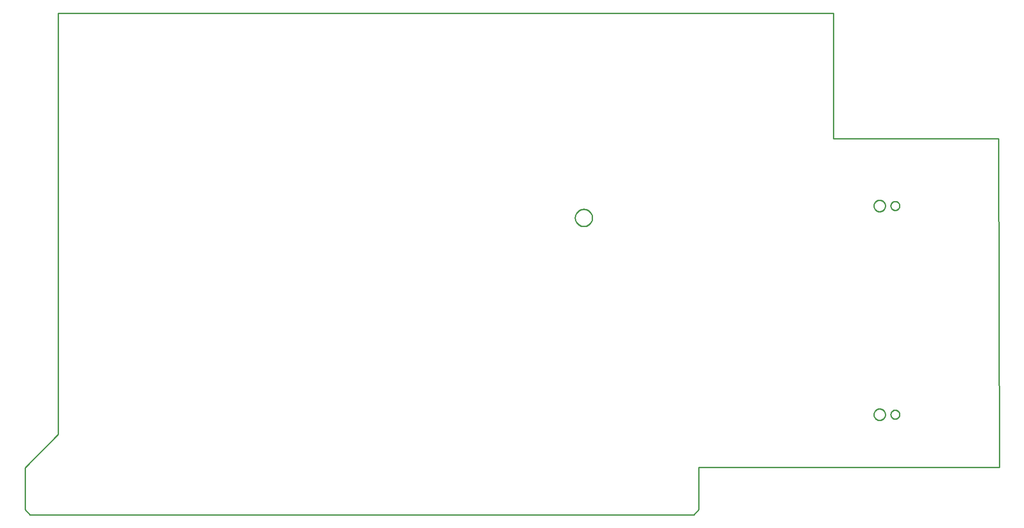
<source format=gko>
G04 EAGLE Gerber RS-274X export*
G75*
%MOMM*%
%FSLAX34Y34*%
%LPD*%
%INBoard Outline*%
%IPPOS*%
%AMOC8*
5,1,8,0,0,1.08239X$1,22.5*%
G01*
%ADD10C,0.000000*%
%ADD11C,0.254000*%


D10*
X17145Y0D02*
X1293495Y0D01*
X1303020Y10160D01*
X1303020Y91440D01*
X1881080Y91450D01*
X1879600Y723900D01*
X1562100Y723900D01*
X1562100Y965200D01*
X71323Y965200D01*
X71323Y154508D01*
X7620Y90170D01*
X7620Y10160D01*
X17145Y0D01*
X1065530Y571500D02*
X1065535Y571905D01*
X1065550Y572310D01*
X1065575Y572715D01*
X1065610Y573118D01*
X1065654Y573521D01*
X1065709Y573923D01*
X1065773Y574323D01*
X1065847Y574721D01*
X1065931Y575117D01*
X1066025Y575512D01*
X1066128Y575903D01*
X1066241Y576293D01*
X1066363Y576679D01*
X1066495Y577062D01*
X1066636Y577442D01*
X1066787Y577818D01*
X1066946Y578191D01*
X1067115Y578559D01*
X1067293Y578923D01*
X1067479Y579283D01*
X1067675Y579638D01*
X1067879Y579988D01*
X1068091Y580333D01*
X1068312Y580672D01*
X1068542Y581007D01*
X1068779Y581335D01*
X1069024Y581657D01*
X1069278Y581974D01*
X1069538Y582284D01*
X1069807Y582587D01*
X1070083Y582884D01*
X1070366Y583174D01*
X1070656Y583457D01*
X1070953Y583733D01*
X1071256Y584002D01*
X1071566Y584262D01*
X1071883Y584516D01*
X1072205Y584761D01*
X1072533Y584998D01*
X1072868Y585228D01*
X1073207Y585449D01*
X1073552Y585661D01*
X1073902Y585865D01*
X1074257Y586061D01*
X1074617Y586247D01*
X1074981Y586425D01*
X1075349Y586594D01*
X1075722Y586753D01*
X1076098Y586904D01*
X1076478Y587045D01*
X1076861Y587177D01*
X1077247Y587299D01*
X1077637Y587412D01*
X1078028Y587515D01*
X1078423Y587609D01*
X1078819Y587693D01*
X1079217Y587767D01*
X1079617Y587831D01*
X1080019Y587886D01*
X1080422Y587930D01*
X1080825Y587965D01*
X1081230Y587990D01*
X1081635Y588005D01*
X1082040Y588010D01*
X1082445Y588005D01*
X1082850Y587990D01*
X1083255Y587965D01*
X1083658Y587930D01*
X1084061Y587886D01*
X1084463Y587831D01*
X1084863Y587767D01*
X1085261Y587693D01*
X1085657Y587609D01*
X1086052Y587515D01*
X1086443Y587412D01*
X1086833Y587299D01*
X1087219Y587177D01*
X1087602Y587045D01*
X1087982Y586904D01*
X1088358Y586753D01*
X1088731Y586594D01*
X1089099Y586425D01*
X1089463Y586247D01*
X1089823Y586061D01*
X1090178Y585865D01*
X1090528Y585661D01*
X1090873Y585449D01*
X1091212Y585228D01*
X1091547Y584998D01*
X1091875Y584761D01*
X1092197Y584516D01*
X1092514Y584262D01*
X1092824Y584002D01*
X1093127Y583733D01*
X1093424Y583457D01*
X1093714Y583174D01*
X1093997Y582884D01*
X1094273Y582587D01*
X1094542Y582284D01*
X1094802Y581974D01*
X1095056Y581657D01*
X1095301Y581335D01*
X1095538Y581007D01*
X1095768Y580672D01*
X1095989Y580333D01*
X1096201Y579988D01*
X1096405Y579638D01*
X1096601Y579283D01*
X1096787Y578923D01*
X1096965Y578559D01*
X1097134Y578191D01*
X1097293Y577818D01*
X1097444Y577442D01*
X1097585Y577062D01*
X1097717Y576679D01*
X1097839Y576293D01*
X1097952Y575903D01*
X1098055Y575512D01*
X1098149Y575117D01*
X1098233Y574721D01*
X1098307Y574323D01*
X1098371Y573923D01*
X1098426Y573521D01*
X1098470Y573118D01*
X1098505Y572715D01*
X1098530Y572310D01*
X1098545Y571905D01*
X1098550Y571500D01*
X1098545Y571095D01*
X1098530Y570690D01*
X1098505Y570285D01*
X1098470Y569882D01*
X1098426Y569479D01*
X1098371Y569077D01*
X1098307Y568677D01*
X1098233Y568279D01*
X1098149Y567883D01*
X1098055Y567488D01*
X1097952Y567097D01*
X1097839Y566707D01*
X1097717Y566321D01*
X1097585Y565938D01*
X1097444Y565558D01*
X1097293Y565182D01*
X1097134Y564809D01*
X1096965Y564441D01*
X1096787Y564077D01*
X1096601Y563717D01*
X1096405Y563362D01*
X1096201Y563012D01*
X1095989Y562667D01*
X1095768Y562328D01*
X1095538Y561993D01*
X1095301Y561665D01*
X1095056Y561343D01*
X1094802Y561026D01*
X1094542Y560716D01*
X1094273Y560413D01*
X1093997Y560116D01*
X1093714Y559826D01*
X1093424Y559543D01*
X1093127Y559267D01*
X1092824Y558998D01*
X1092514Y558738D01*
X1092197Y558484D01*
X1091875Y558239D01*
X1091547Y558002D01*
X1091212Y557772D01*
X1090873Y557551D01*
X1090528Y557339D01*
X1090178Y557135D01*
X1089823Y556939D01*
X1089463Y556753D01*
X1089099Y556575D01*
X1088731Y556406D01*
X1088358Y556247D01*
X1087982Y556096D01*
X1087602Y555955D01*
X1087219Y555823D01*
X1086833Y555701D01*
X1086443Y555588D01*
X1086052Y555485D01*
X1085657Y555391D01*
X1085261Y555307D01*
X1084863Y555233D01*
X1084463Y555169D01*
X1084061Y555114D01*
X1083658Y555070D01*
X1083255Y555035D01*
X1082850Y555010D01*
X1082445Y554995D01*
X1082040Y554990D01*
X1081635Y554995D01*
X1081230Y555010D01*
X1080825Y555035D01*
X1080422Y555070D01*
X1080019Y555114D01*
X1079617Y555169D01*
X1079217Y555233D01*
X1078819Y555307D01*
X1078423Y555391D01*
X1078028Y555485D01*
X1077637Y555588D01*
X1077247Y555701D01*
X1076861Y555823D01*
X1076478Y555955D01*
X1076098Y556096D01*
X1075722Y556247D01*
X1075349Y556406D01*
X1074981Y556575D01*
X1074617Y556753D01*
X1074257Y556939D01*
X1073902Y557135D01*
X1073552Y557339D01*
X1073207Y557551D01*
X1072868Y557772D01*
X1072533Y558002D01*
X1072205Y558239D01*
X1071883Y558484D01*
X1071566Y558738D01*
X1071256Y558998D01*
X1070953Y559267D01*
X1070656Y559543D01*
X1070366Y559826D01*
X1070083Y560116D01*
X1069807Y560413D01*
X1069538Y560716D01*
X1069278Y561026D01*
X1069024Y561343D01*
X1068779Y561665D01*
X1068542Y561993D01*
X1068312Y562328D01*
X1068091Y562667D01*
X1067879Y563012D01*
X1067675Y563362D01*
X1067479Y563717D01*
X1067293Y564077D01*
X1067115Y564441D01*
X1066946Y564809D01*
X1066787Y565182D01*
X1066636Y565558D01*
X1066495Y565938D01*
X1066363Y566321D01*
X1066241Y566707D01*
X1066128Y567097D01*
X1066025Y567488D01*
X1065931Y567883D01*
X1065847Y568279D01*
X1065773Y568677D01*
X1065709Y569077D01*
X1065654Y569479D01*
X1065610Y569882D01*
X1065575Y570285D01*
X1065550Y570690D01*
X1065535Y571095D01*
X1065530Y571500D01*
X1672500Y192900D02*
X1672503Y193109D01*
X1672510Y193317D01*
X1672523Y193525D01*
X1672541Y193733D01*
X1672564Y193940D01*
X1672592Y194147D01*
X1672625Y194353D01*
X1672663Y194558D01*
X1672707Y194762D01*
X1672755Y194965D01*
X1672808Y195167D01*
X1672866Y195367D01*
X1672929Y195566D01*
X1672997Y195764D01*
X1673070Y195959D01*
X1673147Y196153D01*
X1673229Y196345D01*
X1673316Y196534D01*
X1673408Y196722D01*
X1673504Y196907D01*
X1673604Y197090D01*
X1673709Y197270D01*
X1673819Y197447D01*
X1673933Y197622D01*
X1674051Y197794D01*
X1674173Y197963D01*
X1674299Y198129D01*
X1674429Y198292D01*
X1674564Y198452D01*
X1674702Y198608D01*
X1674844Y198761D01*
X1674990Y198910D01*
X1675139Y199056D01*
X1675292Y199198D01*
X1675448Y199336D01*
X1675608Y199471D01*
X1675771Y199601D01*
X1675937Y199727D01*
X1676106Y199849D01*
X1676278Y199967D01*
X1676453Y200081D01*
X1676630Y200191D01*
X1676810Y200296D01*
X1676993Y200396D01*
X1677178Y200492D01*
X1677366Y200584D01*
X1677555Y200671D01*
X1677747Y200753D01*
X1677941Y200830D01*
X1678136Y200903D01*
X1678334Y200971D01*
X1678533Y201034D01*
X1678733Y201092D01*
X1678935Y201145D01*
X1679138Y201193D01*
X1679342Y201237D01*
X1679547Y201275D01*
X1679753Y201308D01*
X1679960Y201336D01*
X1680167Y201359D01*
X1680375Y201377D01*
X1680583Y201390D01*
X1680791Y201397D01*
X1681000Y201400D01*
X1681209Y201397D01*
X1681417Y201390D01*
X1681625Y201377D01*
X1681833Y201359D01*
X1682040Y201336D01*
X1682247Y201308D01*
X1682453Y201275D01*
X1682658Y201237D01*
X1682862Y201193D01*
X1683065Y201145D01*
X1683267Y201092D01*
X1683467Y201034D01*
X1683666Y200971D01*
X1683864Y200903D01*
X1684059Y200830D01*
X1684253Y200753D01*
X1684445Y200671D01*
X1684634Y200584D01*
X1684822Y200492D01*
X1685007Y200396D01*
X1685190Y200296D01*
X1685370Y200191D01*
X1685547Y200081D01*
X1685722Y199967D01*
X1685894Y199849D01*
X1686063Y199727D01*
X1686229Y199601D01*
X1686392Y199471D01*
X1686552Y199336D01*
X1686708Y199198D01*
X1686861Y199056D01*
X1687010Y198910D01*
X1687156Y198761D01*
X1687298Y198608D01*
X1687436Y198452D01*
X1687571Y198292D01*
X1687701Y198129D01*
X1687827Y197963D01*
X1687949Y197794D01*
X1688067Y197622D01*
X1688181Y197447D01*
X1688291Y197270D01*
X1688396Y197090D01*
X1688496Y196907D01*
X1688592Y196722D01*
X1688684Y196534D01*
X1688771Y196345D01*
X1688853Y196153D01*
X1688930Y195959D01*
X1689003Y195764D01*
X1689071Y195566D01*
X1689134Y195367D01*
X1689192Y195167D01*
X1689245Y194965D01*
X1689293Y194762D01*
X1689337Y194558D01*
X1689375Y194353D01*
X1689408Y194147D01*
X1689436Y193940D01*
X1689459Y193733D01*
X1689477Y193525D01*
X1689490Y193317D01*
X1689497Y193109D01*
X1689500Y192900D01*
X1689497Y192691D01*
X1689490Y192483D01*
X1689477Y192275D01*
X1689459Y192067D01*
X1689436Y191860D01*
X1689408Y191653D01*
X1689375Y191447D01*
X1689337Y191242D01*
X1689293Y191038D01*
X1689245Y190835D01*
X1689192Y190633D01*
X1689134Y190433D01*
X1689071Y190234D01*
X1689003Y190036D01*
X1688930Y189841D01*
X1688853Y189647D01*
X1688771Y189455D01*
X1688684Y189266D01*
X1688592Y189078D01*
X1688496Y188893D01*
X1688396Y188710D01*
X1688291Y188530D01*
X1688181Y188353D01*
X1688067Y188178D01*
X1687949Y188006D01*
X1687827Y187837D01*
X1687701Y187671D01*
X1687571Y187508D01*
X1687436Y187348D01*
X1687298Y187192D01*
X1687156Y187039D01*
X1687010Y186890D01*
X1686861Y186744D01*
X1686708Y186602D01*
X1686552Y186464D01*
X1686392Y186329D01*
X1686229Y186199D01*
X1686063Y186073D01*
X1685894Y185951D01*
X1685722Y185833D01*
X1685547Y185719D01*
X1685370Y185609D01*
X1685190Y185504D01*
X1685007Y185404D01*
X1684822Y185308D01*
X1684634Y185216D01*
X1684445Y185129D01*
X1684253Y185047D01*
X1684059Y184970D01*
X1683864Y184897D01*
X1683666Y184829D01*
X1683467Y184766D01*
X1683267Y184708D01*
X1683065Y184655D01*
X1682862Y184607D01*
X1682658Y184563D01*
X1682453Y184525D01*
X1682247Y184492D01*
X1682040Y184464D01*
X1681833Y184441D01*
X1681625Y184423D01*
X1681417Y184410D01*
X1681209Y184403D01*
X1681000Y184400D01*
X1680791Y184403D01*
X1680583Y184410D01*
X1680375Y184423D01*
X1680167Y184441D01*
X1679960Y184464D01*
X1679753Y184492D01*
X1679547Y184525D01*
X1679342Y184563D01*
X1679138Y184607D01*
X1678935Y184655D01*
X1678733Y184708D01*
X1678533Y184766D01*
X1678334Y184829D01*
X1678136Y184897D01*
X1677941Y184970D01*
X1677747Y185047D01*
X1677555Y185129D01*
X1677366Y185216D01*
X1677178Y185308D01*
X1676993Y185404D01*
X1676810Y185504D01*
X1676630Y185609D01*
X1676453Y185719D01*
X1676278Y185833D01*
X1676106Y185951D01*
X1675937Y186073D01*
X1675771Y186199D01*
X1675608Y186329D01*
X1675448Y186464D01*
X1675292Y186602D01*
X1675139Y186744D01*
X1674990Y186890D01*
X1674844Y187039D01*
X1674702Y187192D01*
X1674564Y187348D01*
X1674429Y187508D01*
X1674299Y187671D01*
X1674173Y187837D01*
X1674051Y188006D01*
X1673933Y188178D01*
X1673819Y188353D01*
X1673709Y188530D01*
X1673604Y188710D01*
X1673504Y188893D01*
X1673408Y189078D01*
X1673316Y189266D01*
X1673229Y189455D01*
X1673147Y189647D01*
X1673070Y189841D01*
X1672997Y190036D01*
X1672929Y190234D01*
X1672866Y190433D01*
X1672808Y190633D01*
X1672755Y190835D01*
X1672707Y191038D01*
X1672663Y191242D01*
X1672625Y191447D01*
X1672592Y191653D01*
X1672564Y191860D01*
X1672541Y192067D01*
X1672523Y192275D01*
X1672510Y192483D01*
X1672503Y192691D01*
X1672500Y192900D01*
X1672500Y594500D02*
X1672503Y594709D01*
X1672510Y594917D01*
X1672523Y595125D01*
X1672541Y595333D01*
X1672564Y595540D01*
X1672592Y595747D01*
X1672625Y595953D01*
X1672663Y596158D01*
X1672707Y596362D01*
X1672755Y596565D01*
X1672808Y596767D01*
X1672866Y596967D01*
X1672929Y597166D01*
X1672997Y597364D01*
X1673070Y597559D01*
X1673147Y597753D01*
X1673229Y597945D01*
X1673316Y598134D01*
X1673408Y598322D01*
X1673504Y598507D01*
X1673604Y598690D01*
X1673709Y598870D01*
X1673819Y599047D01*
X1673933Y599222D01*
X1674051Y599394D01*
X1674173Y599563D01*
X1674299Y599729D01*
X1674429Y599892D01*
X1674564Y600052D01*
X1674702Y600208D01*
X1674844Y600361D01*
X1674990Y600510D01*
X1675139Y600656D01*
X1675292Y600798D01*
X1675448Y600936D01*
X1675608Y601071D01*
X1675771Y601201D01*
X1675937Y601327D01*
X1676106Y601449D01*
X1676278Y601567D01*
X1676453Y601681D01*
X1676630Y601791D01*
X1676810Y601896D01*
X1676993Y601996D01*
X1677178Y602092D01*
X1677366Y602184D01*
X1677555Y602271D01*
X1677747Y602353D01*
X1677941Y602430D01*
X1678136Y602503D01*
X1678334Y602571D01*
X1678533Y602634D01*
X1678733Y602692D01*
X1678935Y602745D01*
X1679138Y602793D01*
X1679342Y602837D01*
X1679547Y602875D01*
X1679753Y602908D01*
X1679960Y602936D01*
X1680167Y602959D01*
X1680375Y602977D01*
X1680583Y602990D01*
X1680791Y602997D01*
X1681000Y603000D01*
X1681209Y602997D01*
X1681417Y602990D01*
X1681625Y602977D01*
X1681833Y602959D01*
X1682040Y602936D01*
X1682247Y602908D01*
X1682453Y602875D01*
X1682658Y602837D01*
X1682862Y602793D01*
X1683065Y602745D01*
X1683267Y602692D01*
X1683467Y602634D01*
X1683666Y602571D01*
X1683864Y602503D01*
X1684059Y602430D01*
X1684253Y602353D01*
X1684445Y602271D01*
X1684634Y602184D01*
X1684822Y602092D01*
X1685007Y601996D01*
X1685190Y601896D01*
X1685370Y601791D01*
X1685547Y601681D01*
X1685722Y601567D01*
X1685894Y601449D01*
X1686063Y601327D01*
X1686229Y601201D01*
X1686392Y601071D01*
X1686552Y600936D01*
X1686708Y600798D01*
X1686861Y600656D01*
X1687010Y600510D01*
X1687156Y600361D01*
X1687298Y600208D01*
X1687436Y600052D01*
X1687571Y599892D01*
X1687701Y599729D01*
X1687827Y599563D01*
X1687949Y599394D01*
X1688067Y599222D01*
X1688181Y599047D01*
X1688291Y598870D01*
X1688396Y598690D01*
X1688496Y598507D01*
X1688592Y598322D01*
X1688684Y598134D01*
X1688771Y597945D01*
X1688853Y597753D01*
X1688930Y597559D01*
X1689003Y597364D01*
X1689071Y597166D01*
X1689134Y596967D01*
X1689192Y596767D01*
X1689245Y596565D01*
X1689293Y596362D01*
X1689337Y596158D01*
X1689375Y595953D01*
X1689408Y595747D01*
X1689436Y595540D01*
X1689459Y595333D01*
X1689477Y595125D01*
X1689490Y594917D01*
X1689497Y594709D01*
X1689500Y594500D01*
X1689497Y594291D01*
X1689490Y594083D01*
X1689477Y593875D01*
X1689459Y593667D01*
X1689436Y593460D01*
X1689408Y593253D01*
X1689375Y593047D01*
X1689337Y592842D01*
X1689293Y592638D01*
X1689245Y592435D01*
X1689192Y592233D01*
X1689134Y592033D01*
X1689071Y591834D01*
X1689003Y591636D01*
X1688930Y591441D01*
X1688853Y591247D01*
X1688771Y591055D01*
X1688684Y590866D01*
X1688592Y590678D01*
X1688496Y590493D01*
X1688396Y590310D01*
X1688291Y590130D01*
X1688181Y589953D01*
X1688067Y589778D01*
X1687949Y589606D01*
X1687827Y589437D01*
X1687701Y589271D01*
X1687571Y589108D01*
X1687436Y588948D01*
X1687298Y588792D01*
X1687156Y588639D01*
X1687010Y588490D01*
X1686861Y588344D01*
X1686708Y588202D01*
X1686552Y588064D01*
X1686392Y587929D01*
X1686229Y587799D01*
X1686063Y587673D01*
X1685894Y587551D01*
X1685722Y587433D01*
X1685547Y587319D01*
X1685370Y587209D01*
X1685190Y587104D01*
X1685007Y587004D01*
X1684822Y586908D01*
X1684634Y586816D01*
X1684445Y586729D01*
X1684253Y586647D01*
X1684059Y586570D01*
X1683864Y586497D01*
X1683666Y586429D01*
X1683467Y586366D01*
X1683267Y586308D01*
X1683065Y586255D01*
X1682862Y586207D01*
X1682658Y586163D01*
X1682453Y586125D01*
X1682247Y586092D01*
X1682040Y586064D01*
X1681833Y586041D01*
X1681625Y586023D01*
X1681417Y586010D01*
X1681209Y586003D01*
X1681000Y586000D01*
X1680791Y586003D01*
X1680583Y586010D01*
X1680375Y586023D01*
X1680167Y586041D01*
X1679960Y586064D01*
X1679753Y586092D01*
X1679547Y586125D01*
X1679342Y586163D01*
X1679138Y586207D01*
X1678935Y586255D01*
X1678733Y586308D01*
X1678533Y586366D01*
X1678334Y586429D01*
X1678136Y586497D01*
X1677941Y586570D01*
X1677747Y586647D01*
X1677555Y586729D01*
X1677366Y586816D01*
X1677178Y586908D01*
X1676993Y587004D01*
X1676810Y587104D01*
X1676630Y587209D01*
X1676453Y587319D01*
X1676278Y587433D01*
X1676106Y587551D01*
X1675937Y587673D01*
X1675771Y587799D01*
X1675608Y587929D01*
X1675448Y588064D01*
X1675292Y588202D01*
X1675139Y588344D01*
X1674990Y588490D01*
X1674844Y588639D01*
X1674702Y588792D01*
X1674564Y588948D01*
X1674429Y589108D01*
X1674299Y589271D01*
X1674173Y589437D01*
X1674051Y589606D01*
X1673933Y589778D01*
X1673819Y589953D01*
X1673709Y590130D01*
X1673604Y590310D01*
X1673504Y590493D01*
X1673408Y590678D01*
X1673316Y590866D01*
X1673229Y591055D01*
X1673147Y591247D01*
X1673070Y591441D01*
X1672997Y591636D01*
X1672929Y591834D01*
X1672866Y592033D01*
X1672808Y592233D01*
X1672755Y592435D01*
X1672707Y592638D01*
X1672663Y592842D01*
X1672625Y593047D01*
X1672592Y593253D01*
X1672564Y593460D01*
X1672541Y593667D01*
X1672523Y593875D01*
X1672510Y594083D01*
X1672503Y594291D01*
X1672500Y594500D01*
X1640000Y192900D02*
X1640003Y193170D01*
X1640013Y193440D01*
X1640030Y193709D01*
X1640053Y193978D01*
X1640083Y194247D01*
X1640119Y194514D01*
X1640162Y194781D01*
X1640211Y195046D01*
X1640267Y195310D01*
X1640330Y195573D01*
X1640398Y195834D01*
X1640474Y196093D01*
X1640555Y196350D01*
X1640643Y196606D01*
X1640737Y196859D01*
X1640837Y197110D01*
X1640944Y197358D01*
X1641056Y197603D01*
X1641175Y197846D01*
X1641299Y198085D01*
X1641429Y198322D01*
X1641565Y198555D01*
X1641707Y198785D01*
X1641854Y199011D01*
X1642007Y199234D01*
X1642165Y199453D01*
X1642328Y199668D01*
X1642497Y199878D01*
X1642671Y200085D01*
X1642850Y200287D01*
X1643033Y200485D01*
X1643222Y200678D01*
X1643415Y200867D01*
X1643613Y201050D01*
X1643815Y201229D01*
X1644022Y201403D01*
X1644232Y201572D01*
X1644447Y201735D01*
X1644666Y201893D01*
X1644889Y202046D01*
X1645115Y202193D01*
X1645345Y202335D01*
X1645578Y202471D01*
X1645815Y202601D01*
X1646054Y202725D01*
X1646297Y202844D01*
X1646542Y202956D01*
X1646790Y203063D01*
X1647041Y203163D01*
X1647294Y203257D01*
X1647550Y203345D01*
X1647807Y203426D01*
X1648066Y203502D01*
X1648327Y203570D01*
X1648590Y203633D01*
X1648854Y203689D01*
X1649119Y203738D01*
X1649386Y203781D01*
X1649653Y203817D01*
X1649922Y203847D01*
X1650191Y203870D01*
X1650460Y203887D01*
X1650730Y203897D01*
X1651000Y203900D01*
X1651270Y203897D01*
X1651540Y203887D01*
X1651809Y203870D01*
X1652078Y203847D01*
X1652347Y203817D01*
X1652614Y203781D01*
X1652881Y203738D01*
X1653146Y203689D01*
X1653410Y203633D01*
X1653673Y203570D01*
X1653934Y203502D01*
X1654193Y203426D01*
X1654450Y203345D01*
X1654706Y203257D01*
X1654959Y203163D01*
X1655210Y203063D01*
X1655458Y202956D01*
X1655703Y202844D01*
X1655946Y202725D01*
X1656185Y202601D01*
X1656422Y202471D01*
X1656655Y202335D01*
X1656885Y202193D01*
X1657111Y202046D01*
X1657334Y201893D01*
X1657553Y201735D01*
X1657768Y201572D01*
X1657978Y201403D01*
X1658185Y201229D01*
X1658387Y201050D01*
X1658585Y200867D01*
X1658778Y200678D01*
X1658967Y200485D01*
X1659150Y200287D01*
X1659329Y200085D01*
X1659503Y199878D01*
X1659672Y199668D01*
X1659835Y199453D01*
X1659993Y199234D01*
X1660146Y199011D01*
X1660293Y198785D01*
X1660435Y198555D01*
X1660571Y198322D01*
X1660701Y198085D01*
X1660825Y197846D01*
X1660944Y197603D01*
X1661056Y197358D01*
X1661163Y197110D01*
X1661263Y196859D01*
X1661357Y196606D01*
X1661445Y196350D01*
X1661526Y196093D01*
X1661602Y195834D01*
X1661670Y195573D01*
X1661733Y195310D01*
X1661789Y195046D01*
X1661838Y194781D01*
X1661881Y194514D01*
X1661917Y194247D01*
X1661947Y193978D01*
X1661970Y193709D01*
X1661987Y193440D01*
X1661997Y193170D01*
X1662000Y192900D01*
X1661997Y192630D01*
X1661987Y192360D01*
X1661970Y192091D01*
X1661947Y191822D01*
X1661917Y191553D01*
X1661881Y191286D01*
X1661838Y191019D01*
X1661789Y190754D01*
X1661733Y190490D01*
X1661670Y190227D01*
X1661602Y189966D01*
X1661526Y189707D01*
X1661445Y189450D01*
X1661357Y189194D01*
X1661263Y188941D01*
X1661163Y188690D01*
X1661056Y188442D01*
X1660944Y188197D01*
X1660825Y187954D01*
X1660701Y187715D01*
X1660571Y187478D01*
X1660435Y187245D01*
X1660293Y187015D01*
X1660146Y186789D01*
X1659993Y186566D01*
X1659835Y186347D01*
X1659672Y186132D01*
X1659503Y185922D01*
X1659329Y185715D01*
X1659150Y185513D01*
X1658967Y185315D01*
X1658778Y185122D01*
X1658585Y184933D01*
X1658387Y184750D01*
X1658185Y184571D01*
X1657978Y184397D01*
X1657768Y184228D01*
X1657553Y184065D01*
X1657334Y183907D01*
X1657111Y183754D01*
X1656885Y183607D01*
X1656655Y183465D01*
X1656422Y183329D01*
X1656185Y183199D01*
X1655946Y183075D01*
X1655703Y182956D01*
X1655458Y182844D01*
X1655210Y182737D01*
X1654959Y182637D01*
X1654706Y182543D01*
X1654450Y182455D01*
X1654193Y182374D01*
X1653934Y182298D01*
X1653673Y182230D01*
X1653410Y182167D01*
X1653146Y182111D01*
X1652881Y182062D01*
X1652614Y182019D01*
X1652347Y181983D01*
X1652078Y181953D01*
X1651809Y181930D01*
X1651540Y181913D01*
X1651270Y181903D01*
X1651000Y181900D01*
X1650730Y181903D01*
X1650460Y181913D01*
X1650191Y181930D01*
X1649922Y181953D01*
X1649653Y181983D01*
X1649386Y182019D01*
X1649119Y182062D01*
X1648854Y182111D01*
X1648590Y182167D01*
X1648327Y182230D01*
X1648066Y182298D01*
X1647807Y182374D01*
X1647550Y182455D01*
X1647294Y182543D01*
X1647041Y182637D01*
X1646790Y182737D01*
X1646542Y182844D01*
X1646297Y182956D01*
X1646054Y183075D01*
X1645815Y183199D01*
X1645578Y183329D01*
X1645345Y183465D01*
X1645115Y183607D01*
X1644889Y183754D01*
X1644666Y183907D01*
X1644447Y184065D01*
X1644232Y184228D01*
X1644022Y184397D01*
X1643815Y184571D01*
X1643613Y184750D01*
X1643415Y184933D01*
X1643222Y185122D01*
X1643033Y185315D01*
X1642850Y185513D01*
X1642671Y185715D01*
X1642497Y185922D01*
X1642328Y186132D01*
X1642165Y186347D01*
X1642007Y186566D01*
X1641854Y186789D01*
X1641707Y187015D01*
X1641565Y187245D01*
X1641429Y187478D01*
X1641299Y187715D01*
X1641175Y187954D01*
X1641056Y188197D01*
X1640944Y188442D01*
X1640837Y188690D01*
X1640737Y188941D01*
X1640643Y189194D01*
X1640555Y189450D01*
X1640474Y189707D01*
X1640398Y189966D01*
X1640330Y190227D01*
X1640267Y190490D01*
X1640211Y190754D01*
X1640162Y191019D01*
X1640119Y191286D01*
X1640083Y191553D01*
X1640053Y191822D01*
X1640030Y192091D01*
X1640013Y192360D01*
X1640003Y192630D01*
X1640000Y192900D01*
X1640000Y594500D02*
X1640003Y594770D01*
X1640013Y595040D01*
X1640030Y595309D01*
X1640053Y595578D01*
X1640083Y595847D01*
X1640119Y596114D01*
X1640162Y596381D01*
X1640211Y596646D01*
X1640267Y596910D01*
X1640330Y597173D01*
X1640398Y597434D01*
X1640474Y597693D01*
X1640555Y597950D01*
X1640643Y598206D01*
X1640737Y598459D01*
X1640837Y598710D01*
X1640944Y598958D01*
X1641056Y599203D01*
X1641175Y599446D01*
X1641299Y599685D01*
X1641429Y599922D01*
X1641565Y600155D01*
X1641707Y600385D01*
X1641854Y600611D01*
X1642007Y600834D01*
X1642165Y601053D01*
X1642328Y601268D01*
X1642497Y601478D01*
X1642671Y601685D01*
X1642850Y601887D01*
X1643033Y602085D01*
X1643222Y602278D01*
X1643415Y602467D01*
X1643613Y602650D01*
X1643815Y602829D01*
X1644022Y603003D01*
X1644232Y603172D01*
X1644447Y603335D01*
X1644666Y603493D01*
X1644889Y603646D01*
X1645115Y603793D01*
X1645345Y603935D01*
X1645578Y604071D01*
X1645815Y604201D01*
X1646054Y604325D01*
X1646297Y604444D01*
X1646542Y604556D01*
X1646790Y604663D01*
X1647041Y604763D01*
X1647294Y604857D01*
X1647550Y604945D01*
X1647807Y605026D01*
X1648066Y605102D01*
X1648327Y605170D01*
X1648590Y605233D01*
X1648854Y605289D01*
X1649119Y605338D01*
X1649386Y605381D01*
X1649653Y605417D01*
X1649922Y605447D01*
X1650191Y605470D01*
X1650460Y605487D01*
X1650730Y605497D01*
X1651000Y605500D01*
X1651270Y605497D01*
X1651540Y605487D01*
X1651809Y605470D01*
X1652078Y605447D01*
X1652347Y605417D01*
X1652614Y605381D01*
X1652881Y605338D01*
X1653146Y605289D01*
X1653410Y605233D01*
X1653673Y605170D01*
X1653934Y605102D01*
X1654193Y605026D01*
X1654450Y604945D01*
X1654706Y604857D01*
X1654959Y604763D01*
X1655210Y604663D01*
X1655458Y604556D01*
X1655703Y604444D01*
X1655946Y604325D01*
X1656185Y604201D01*
X1656422Y604071D01*
X1656655Y603935D01*
X1656885Y603793D01*
X1657111Y603646D01*
X1657334Y603493D01*
X1657553Y603335D01*
X1657768Y603172D01*
X1657978Y603003D01*
X1658185Y602829D01*
X1658387Y602650D01*
X1658585Y602467D01*
X1658778Y602278D01*
X1658967Y602085D01*
X1659150Y601887D01*
X1659329Y601685D01*
X1659503Y601478D01*
X1659672Y601268D01*
X1659835Y601053D01*
X1659993Y600834D01*
X1660146Y600611D01*
X1660293Y600385D01*
X1660435Y600155D01*
X1660571Y599922D01*
X1660701Y599685D01*
X1660825Y599446D01*
X1660944Y599203D01*
X1661056Y598958D01*
X1661163Y598710D01*
X1661263Y598459D01*
X1661357Y598206D01*
X1661445Y597950D01*
X1661526Y597693D01*
X1661602Y597434D01*
X1661670Y597173D01*
X1661733Y596910D01*
X1661789Y596646D01*
X1661838Y596381D01*
X1661881Y596114D01*
X1661917Y595847D01*
X1661947Y595578D01*
X1661970Y595309D01*
X1661987Y595040D01*
X1661997Y594770D01*
X1662000Y594500D01*
X1661997Y594230D01*
X1661987Y593960D01*
X1661970Y593691D01*
X1661947Y593422D01*
X1661917Y593153D01*
X1661881Y592886D01*
X1661838Y592619D01*
X1661789Y592354D01*
X1661733Y592090D01*
X1661670Y591827D01*
X1661602Y591566D01*
X1661526Y591307D01*
X1661445Y591050D01*
X1661357Y590794D01*
X1661263Y590541D01*
X1661163Y590290D01*
X1661056Y590042D01*
X1660944Y589797D01*
X1660825Y589554D01*
X1660701Y589315D01*
X1660571Y589078D01*
X1660435Y588845D01*
X1660293Y588615D01*
X1660146Y588389D01*
X1659993Y588166D01*
X1659835Y587947D01*
X1659672Y587732D01*
X1659503Y587522D01*
X1659329Y587315D01*
X1659150Y587113D01*
X1658967Y586915D01*
X1658778Y586722D01*
X1658585Y586533D01*
X1658387Y586350D01*
X1658185Y586171D01*
X1657978Y585997D01*
X1657768Y585828D01*
X1657553Y585665D01*
X1657334Y585507D01*
X1657111Y585354D01*
X1656885Y585207D01*
X1656655Y585065D01*
X1656422Y584929D01*
X1656185Y584799D01*
X1655946Y584675D01*
X1655703Y584556D01*
X1655458Y584444D01*
X1655210Y584337D01*
X1654959Y584237D01*
X1654706Y584143D01*
X1654450Y584055D01*
X1654193Y583974D01*
X1653934Y583898D01*
X1653673Y583830D01*
X1653410Y583767D01*
X1653146Y583711D01*
X1652881Y583662D01*
X1652614Y583619D01*
X1652347Y583583D01*
X1652078Y583553D01*
X1651809Y583530D01*
X1651540Y583513D01*
X1651270Y583503D01*
X1651000Y583500D01*
X1650730Y583503D01*
X1650460Y583513D01*
X1650191Y583530D01*
X1649922Y583553D01*
X1649653Y583583D01*
X1649386Y583619D01*
X1649119Y583662D01*
X1648854Y583711D01*
X1648590Y583767D01*
X1648327Y583830D01*
X1648066Y583898D01*
X1647807Y583974D01*
X1647550Y584055D01*
X1647294Y584143D01*
X1647041Y584237D01*
X1646790Y584337D01*
X1646542Y584444D01*
X1646297Y584556D01*
X1646054Y584675D01*
X1645815Y584799D01*
X1645578Y584929D01*
X1645345Y585065D01*
X1645115Y585207D01*
X1644889Y585354D01*
X1644666Y585507D01*
X1644447Y585665D01*
X1644232Y585828D01*
X1644022Y585997D01*
X1643815Y586171D01*
X1643613Y586350D01*
X1643415Y586533D01*
X1643222Y586722D01*
X1643033Y586915D01*
X1642850Y587113D01*
X1642671Y587315D01*
X1642497Y587522D01*
X1642328Y587732D01*
X1642165Y587947D01*
X1642007Y588166D01*
X1641854Y588389D01*
X1641707Y588615D01*
X1641565Y588845D01*
X1641429Y589078D01*
X1641299Y589315D01*
X1641175Y589554D01*
X1641056Y589797D01*
X1640944Y590042D01*
X1640837Y590290D01*
X1640737Y590541D01*
X1640643Y590794D01*
X1640555Y591050D01*
X1640474Y591307D01*
X1640398Y591566D01*
X1640330Y591827D01*
X1640267Y592090D01*
X1640211Y592354D01*
X1640162Y592619D01*
X1640119Y592886D01*
X1640083Y593153D01*
X1640053Y593422D01*
X1640030Y593691D01*
X1640013Y593960D01*
X1640003Y594230D01*
X1640000Y594500D01*
D11*
X7620Y10160D02*
X17145Y0D01*
X1293495Y0D01*
X1303020Y10160D01*
X1303020Y91440D01*
X1881080Y91450D01*
X1879600Y723900D01*
X1562100Y723900D01*
X1562100Y965200D01*
X71323Y965200D01*
X71323Y154508D01*
X7620Y90170D01*
X7620Y10160D01*
X1082580Y588010D02*
X1083659Y587939D01*
X1084731Y587798D01*
X1085791Y587587D01*
X1086835Y587308D01*
X1087859Y586960D01*
X1088857Y586546D01*
X1089827Y586068D01*
X1090763Y585528D01*
X1091662Y584927D01*
X1092519Y584269D01*
X1093332Y583557D01*
X1094097Y582792D01*
X1094809Y581979D01*
X1095467Y581122D01*
X1096068Y580223D01*
X1096608Y579287D01*
X1097086Y578317D01*
X1097500Y577319D01*
X1097848Y576295D01*
X1098127Y575251D01*
X1098338Y574191D01*
X1098479Y573119D01*
X1098550Y572040D01*
X1098550Y570960D01*
X1098479Y569881D01*
X1098338Y568809D01*
X1098127Y567749D01*
X1097848Y566705D01*
X1097500Y565681D01*
X1097086Y564683D01*
X1096608Y563713D01*
X1096068Y562777D01*
X1095467Y561878D01*
X1094809Y561021D01*
X1094097Y560208D01*
X1093332Y559444D01*
X1092519Y558731D01*
X1091662Y558073D01*
X1090763Y557472D01*
X1089827Y556932D01*
X1088857Y556454D01*
X1087859Y556040D01*
X1086835Y555692D01*
X1085791Y555413D01*
X1084731Y555202D01*
X1083659Y555061D01*
X1082580Y554990D01*
X1081500Y554990D01*
X1080421Y555061D01*
X1079349Y555202D01*
X1078289Y555413D01*
X1077245Y555692D01*
X1076221Y556040D01*
X1075223Y556454D01*
X1074253Y556932D01*
X1073317Y557472D01*
X1072418Y558073D01*
X1071561Y558731D01*
X1070748Y559444D01*
X1069984Y560208D01*
X1069271Y561021D01*
X1068613Y561878D01*
X1068012Y562777D01*
X1067472Y563713D01*
X1066994Y564683D01*
X1066580Y565681D01*
X1066232Y566705D01*
X1065953Y567749D01*
X1065742Y568809D01*
X1065601Y569881D01*
X1065530Y570960D01*
X1065530Y572040D01*
X1065601Y573119D01*
X1065742Y574191D01*
X1065953Y575251D01*
X1066232Y576295D01*
X1066580Y577319D01*
X1066994Y578317D01*
X1067472Y579287D01*
X1068012Y580223D01*
X1068613Y581122D01*
X1069271Y581979D01*
X1069984Y582792D01*
X1070748Y583557D01*
X1071561Y584269D01*
X1072418Y584927D01*
X1073317Y585528D01*
X1074253Y586068D01*
X1075223Y586546D01*
X1076221Y586960D01*
X1077245Y587308D01*
X1078289Y587587D01*
X1079349Y587798D01*
X1080421Y587939D01*
X1081500Y588010D01*
X1082580Y588010D01*
X1681371Y201400D02*
X1682111Y201335D01*
X1682842Y201206D01*
X1683558Y201014D01*
X1684256Y200760D01*
X1684929Y200447D01*
X1685571Y200076D01*
X1686179Y199650D01*
X1686748Y199173D01*
X1687273Y198648D01*
X1687750Y198079D01*
X1688176Y197471D01*
X1688547Y196829D01*
X1688860Y196156D01*
X1689114Y195458D01*
X1689306Y194742D01*
X1689435Y194011D01*
X1689500Y193271D01*
X1689500Y192529D01*
X1689435Y191789D01*
X1689306Y191059D01*
X1689114Y190342D01*
X1688860Y189644D01*
X1688547Y188971D01*
X1688176Y188329D01*
X1687750Y187721D01*
X1687273Y187152D01*
X1686748Y186627D01*
X1686179Y186150D01*
X1685571Y185724D01*
X1684929Y185353D01*
X1684256Y185040D01*
X1683558Y184786D01*
X1682842Y184594D01*
X1682111Y184465D01*
X1681371Y184400D01*
X1680629Y184400D01*
X1679889Y184465D01*
X1679159Y184594D01*
X1678442Y184786D01*
X1677744Y185040D01*
X1677071Y185353D01*
X1676429Y185724D01*
X1675821Y186150D01*
X1675252Y186627D01*
X1674727Y187152D01*
X1674250Y187721D01*
X1673824Y188329D01*
X1673453Y188971D01*
X1673140Y189644D01*
X1672886Y190342D01*
X1672694Y191059D01*
X1672565Y191789D01*
X1672500Y192529D01*
X1672500Y193271D01*
X1672565Y194011D01*
X1672694Y194742D01*
X1672886Y195458D01*
X1673140Y196156D01*
X1673453Y196829D01*
X1673824Y197471D01*
X1674250Y198079D01*
X1674727Y198648D01*
X1675252Y199173D01*
X1675821Y199650D01*
X1676429Y200076D01*
X1677071Y200447D01*
X1677744Y200760D01*
X1678442Y201014D01*
X1679159Y201206D01*
X1679889Y201335D01*
X1680629Y201400D01*
X1681371Y201400D01*
X1681371Y603000D02*
X1682111Y602935D01*
X1682842Y602806D01*
X1683558Y602614D01*
X1684256Y602360D01*
X1684929Y602047D01*
X1685571Y601676D01*
X1686179Y601250D01*
X1686748Y600773D01*
X1687273Y600248D01*
X1687750Y599679D01*
X1688176Y599071D01*
X1688547Y598429D01*
X1688860Y597756D01*
X1689114Y597058D01*
X1689306Y596342D01*
X1689435Y595611D01*
X1689500Y594871D01*
X1689500Y594129D01*
X1689435Y593389D01*
X1689306Y592659D01*
X1689114Y591942D01*
X1688860Y591244D01*
X1688547Y590571D01*
X1688176Y589929D01*
X1687750Y589321D01*
X1687273Y588752D01*
X1686748Y588227D01*
X1686179Y587750D01*
X1685571Y587324D01*
X1684929Y586953D01*
X1684256Y586640D01*
X1683558Y586386D01*
X1682842Y586194D01*
X1682111Y586065D01*
X1681371Y586000D01*
X1680629Y586000D01*
X1679889Y586065D01*
X1679159Y586194D01*
X1678442Y586386D01*
X1677744Y586640D01*
X1677071Y586953D01*
X1676429Y587324D01*
X1675821Y587750D01*
X1675252Y588227D01*
X1674727Y588752D01*
X1674250Y589321D01*
X1673824Y589929D01*
X1673453Y590571D01*
X1673140Y591244D01*
X1672886Y591942D01*
X1672694Y592659D01*
X1672565Y593389D01*
X1672500Y594129D01*
X1672500Y594871D01*
X1672565Y595611D01*
X1672694Y596342D01*
X1672886Y597058D01*
X1673140Y597756D01*
X1673453Y598429D01*
X1673824Y599071D01*
X1674250Y599679D01*
X1674727Y600248D01*
X1675252Y600773D01*
X1675821Y601250D01*
X1676429Y601676D01*
X1677071Y602047D01*
X1677744Y602360D01*
X1678442Y602614D01*
X1679159Y602806D01*
X1679889Y602935D01*
X1680629Y603000D01*
X1681371Y603000D01*
X1651432Y203900D02*
X1652294Y203832D01*
X1653148Y203697D01*
X1653988Y203495D01*
X1654810Y203228D01*
X1655609Y202897D01*
X1656379Y202505D01*
X1657116Y202053D01*
X1657815Y201545D01*
X1658473Y200984D01*
X1659084Y200373D01*
X1659645Y199715D01*
X1660153Y199016D01*
X1660605Y198279D01*
X1660997Y197509D01*
X1661328Y196710D01*
X1661595Y195888D01*
X1661797Y195048D01*
X1661932Y194194D01*
X1662000Y193332D01*
X1662000Y192468D01*
X1661932Y191606D01*
X1661797Y190752D01*
X1661595Y189912D01*
X1661328Y189090D01*
X1660997Y188291D01*
X1660605Y187521D01*
X1660153Y186784D01*
X1659645Y186085D01*
X1659084Y185427D01*
X1658473Y184816D01*
X1657815Y184255D01*
X1657116Y183747D01*
X1656379Y183295D01*
X1655609Y182903D01*
X1654810Y182572D01*
X1653988Y182305D01*
X1653148Y182103D01*
X1652294Y181968D01*
X1651432Y181900D01*
X1650568Y181900D01*
X1649706Y181968D01*
X1648852Y182103D01*
X1648012Y182305D01*
X1647190Y182572D01*
X1646391Y182903D01*
X1645621Y183295D01*
X1644884Y183747D01*
X1644185Y184255D01*
X1643527Y184816D01*
X1642916Y185427D01*
X1642355Y186085D01*
X1641847Y186784D01*
X1641395Y187521D01*
X1641003Y188291D01*
X1640672Y189090D01*
X1640405Y189912D01*
X1640203Y190752D01*
X1640068Y191606D01*
X1640000Y192468D01*
X1640000Y193332D01*
X1640068Y194194D01*
X1640203Y195048D01*
X1640405Y195888D01*
X1640672Y196710D01*
X1641003Y197509D01*
X1641395Y198279D01*
X1641847Y199016D01*
X1642355Y199715D01*
X1642916Y200373D01*
X1643527Y200984D01*
X1644185Y201545D01*
X1644884Y202053D01*
X1645621Y202505D01*
X1646391Y202897D01*
X1647190Y203228D01*
X1648012Y203495D01*
X1648852Y203697D01*
X1649706Y203832D01*
X1650568Y203900D01*
X1651432Y203900D01*
X1651432Y605500D02*
X1652294Y605432D01*
X1653148Y605297D01*
X1653988Y605095D01*
X1654810Y604828D01*
X1655609Y604497D01*
X1656379Y604105D01*
X1657116Y603653D01*
X1657815Y603145D01*
X1658473Y602584D01*
X1659084Y601973D01*
X1659645Y601315D01*
X1660153Y600616D01*
X1660605Y599879D01*
X1660997Y599109D01*
X1661328Y598310D01*
X1661595Y597488D01*
X1661797Y596648D01*
X1661932Y595794D01*
X1662000Y594932D01*
X1662000Y594068D01*
X1661932Y593206D01*
X1661797Y592352D01*
X1661595Y591512D01*
X1661328Y590690D01*
X1660997Y589891D01*
X1660605Y589121D01*
X1660153Y588384D01*
X1659645Y587685D01*
X1659084Y587027D01*
X1658473Y586416D01*
X1657815Y585855D01*
X1657116Y585347D01*
X1656379Y584895D01*
X1655609Y584503D01*
X1654810Y584172D01*
X1653988Y583905D01*
X1653148Y583703D01*
X1652294Y583568D01*
X1651432Y583500D01*
X1650568Y583500D01*
X1649706Y583568D01*
X1648852Y583703D01*
X1648012Y583905D01*
X1647190Y584172D01*
X1646391Y584503D01*
X1645621Y584895D01*
X1644884Y585347D01*
X1644185Y585855D01*
X1643527Y586416D01*
X1642916Y587027D01*
X1642355Y587685D01*
X1641847Y588384D01*
X1641395Y589121D01*
X1641003Y589891D01*
X1640672Y590690D01*
X1640405Y591512D01*
X1640203Y592352D01*
X1640068Y593206D01*
X1640000Y594068D01*
X1640000Y594932D01*
X1640068Y595794D01*
X1640203Y596648D01*
X1640405Y597488D01*
X1640672Y598310D01*
X1641003Y599109D01*
X1641395Y599879D01*
X1641847Y600616D01*
X1642355Y601315D01*
X1642916Y601973D01*
X1643527Y602584D01*
X1644185Y603145D01*
X1644884Y603653D01*
X1645621Y604105D01*
X1646391Y604497D01*
X1647190Y604828D01*
X1648012Y605095D01*
X1648852Y605297D01*
X1649706Y605432D01*
X1650568Y605500D01*
X1651432Y605500D01*
M02*

</source>
